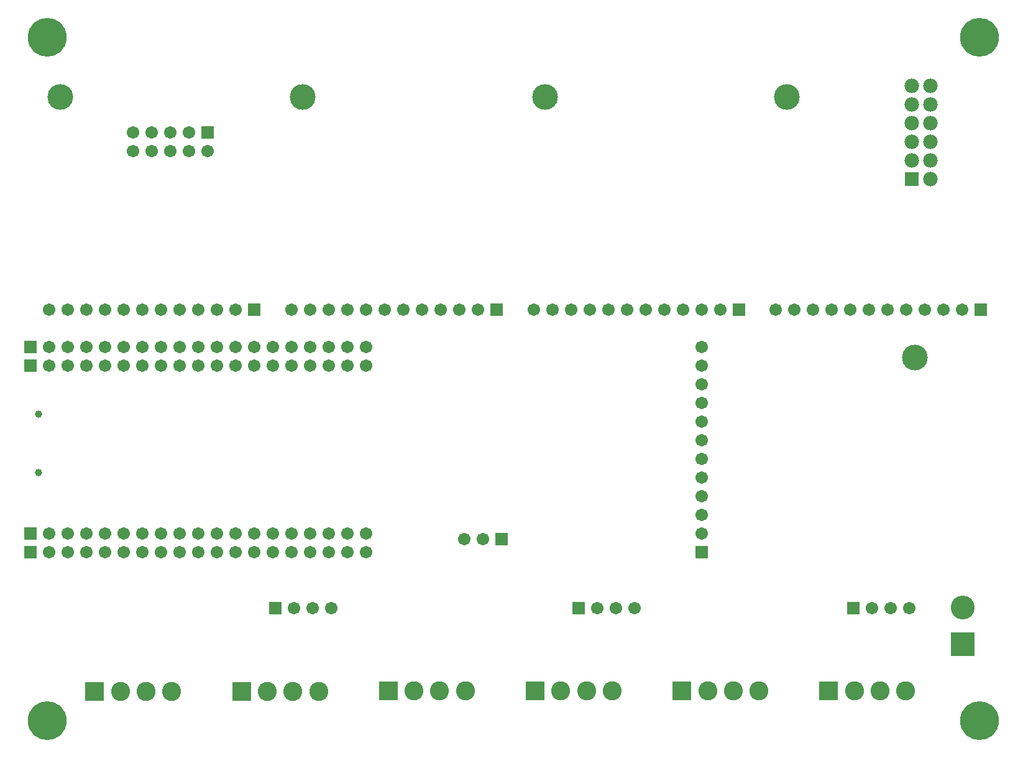
<source format=gbr>
G04 DipTrace 4.0.0.2*
G04 BottomMask.gbr*
%MOIN*%
G04 #@! TF.FileFunction,Soldermask,Bot*
G04 #@! TF.Part,Single*
%ADD23C,0.03937*%
%ADD53C,0.137795*%
%ADD66C,0.078*%
%ADD68R,0.078X0.078*%
%ADD74C,0.128*%
%ADD76R,0.128X0.128*%
%ADD78C,0.102488*%
%ADD80R,0.102488X0.102488*%
%ADD90C,0.208*%
%ADD96C,0.067055*%
%ADD98R,0.067055X0.067055*%
%FSLAX26Y26*%
G04*
G70*
G90*
G75*
G01*
G04 BotMask*
%LPD*%
D98*
X1756500Y1134157D3*
D96*
X1856500D3*
X1956500D3*
X2056500D3*
D98*
X3381500D3*
D96*
X3481500D3*
X3581500D3*
X3681500D3*
D98*
X4856500D3*
D96*
X4956500D3*
X5056500D3*
X5156500D3*
D98*
X444000Y2534157D3*
D96*
X544000D3*
X644000D3*
X744000D3*
X844000D3*
X944000D3*
X1044000D3*
X1144000D3*
X1244000D3*
X1344000D3*
X1444000D3*
X1544000D3*
X1644000D3*
X1744000D3*
X1844000D3*
X1944000D3*
X2044000D3*
X2144000D3*
X2244000D3*
D98*
X444000Y2434157D3*
D96*
X544000D3*
X644000D3*
X744000D3*
X844000D3*
X944000D3*
X1044000D3*
X1144000D3*
X1244000D3*
X1344000D3*
X1444000D3*
X1544000D3*
X1644000D3*
X1744000D3*
X1844000D3*
X1944000D3*
X2044000D3*
X2144000D3*
X2244000D3*
D98*
X444000Y1434157D3*
D96*
X544000D3*
X644000D3*
X744000D3*
X844000D3*
X944000D3*
X1044000D3*
X1144000D3*
X1244000D3*
X1344000D3*
X1444000D3*
X1544000D3*
X1644000D3*
X1744000D3*
X1844000D3*
X1944000D3*
X2044000D3*
X2144000D3*
X2244000D3*
D98*
X444000Y1534157D3*
D96*
X544000D3*
X644000D3*
X744000D3*
X844000D3*
X944000D3*
X1044000D3*
X1144000D3*
X1244000D3*
X1344000D3*
X1444000D3*
X1544000D3*
X1644000D3*
X1744000D3*
X1844000D3*
X1944000D3*
X2044000D3*
X2144000D3*
X2244000D3*
D98*
X1394000Y3684157D3*
D96*
Y3584157D3*
X1294000Y3684157D3*
Y3584157D3*
X1194000Y3684157D3*
Y3584157D3*
X1094000Y3684157D3*
Y3584157D3*
X994000Y3684157D3*
Y3584157D3*
D98*
X2969000Y1504316D3*
D96*
X2869000Y1504314D3*
X2769000Y1504311D3*
D90*
X5531795Y531795D3*
Y4193213D3*
X531795D3*
Y531795D3*
D98*
X1644005Y2734157D3*
D96*
X1544005D3*
X1444005D3*
X1344005D3*
X1244005D3*
X1144005D3*
X1044005D3*
X944005D3*
X844014D3*
X744014D3*
X644014D3*
X544014D3*
D53*
X601874Y3875890D3*
D98*
X2944005Y2734157D3*
D96*
X2844005D3*
X2744005D3*
X2644005D3*
X2544005D3*
X2444005D3*
X2344005D3*
X2244005D3*
X2144014D3*
X2044014D3*
X1944014D3*
X1844014D3*
D53*
X1901874Y3875890D3*
D98*
X4244005Y2734157D3*
D96*
X4144005D3*
X4044005D3*
X3944005D3*
X3844005D3*
X3744005D3*
X3644005D3*
X3544005D3*
X3444014D3*
X3344014D3*
X3244014D3*
X3144014D3*
D53*
X3201874Y3875890D3*
D98*
X5540406Y2734157D3*
D96*
X5440406D3*
X5340406D3*
X5240406D3*
X5140406D3*
X5040406D3*
X4940406D3*
X4840406D3*
X4740415D3*
X4640415D3*
X4540415D3*
X4440415D3*
D53*
X4498274Y3875890D3*
D98*
X4044000Y1434165D3*
D96*
Y1534165D3*
Y1634165D3*
Y1734165D3*
Y1834165D3*
Y1934165D3*
Y2034165D3*
Y2134165D3*
Y2234156D3*
Y2334156D3*
Y2434156D3*
Y2534156D3*
D53*
X5185732Y2476297D3*
D23*
X487898Y2175791D3*
Y1860831D3*
D80*
X787701Y689276D3*
D78*
X925496D3*
X1063291D3*
X1201087D3*
D80*
X1575102D3*
D78*
X1712898D3*
X1850693D3*
X1988488D3*
D80*
X2362504Y691559D3*
D78*
X2500299D3*
X2638094D3*
X2775890D3*
D76*
X5443999Y940407D3*
D74*
Y1137257D3*
D80*
X3149906Y691559D3*
D78*
X3287701D3*
X3425496D3*
X3563291D3*
D80*
X3937307D3*
D78*
X4075102D3*
X4212898D3*
X4350693D3*
D80*
X4724709D3*
D78*
X4862504D3*
X5000299D3*
X5138094D3*
D68*
X5169000Y3434157D3*
D66*
X5269000D3*
X5169000Y3534157D3*
X5269000D3*
X5169000Y3634157D3*
X5269000D3*
X5169000Y3734157D3*
X5269000D3*
X5169000Y3834157D3*
X5269000D3*
X5169000Y3934157D3*
X5269000D3*
M02*

</source>
